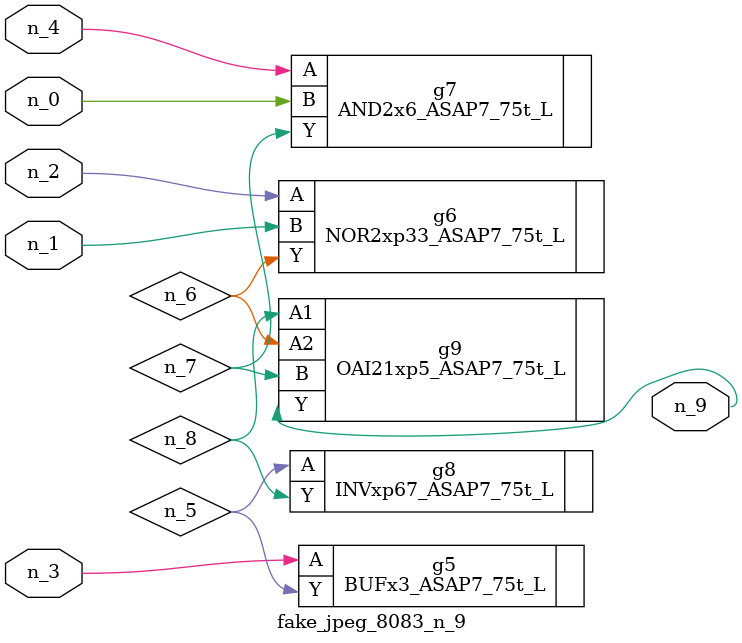
<source format=v>
module fake_jpeg_8083_n_9 (n_3, n_2, n_1, n_0, n_4, n_9);

input n_3;
input n_2;
input n_1;
input n_0;
input n_4;

output n_9;

wire n_8;
wire n_6;
wire n_5;
wire n_7;

BUFx3_ASAP7_75t_L g5 ( 
.A(n_3),
.Y(n_5)
);

NOR2xp33_ASAP7_75t_L g6 ( 
.A(n_2),
.B(n_1),
.Y(n_6)
);

AND2x6_ASAP7_75t_L g7 ( 
.A(n_4),
.B(n_0),
.Y(n_7)
);

INVxp67_ASAP7_75t_L g8 ( 
.A(n_5),
.Y(n_8)
);

OAI21xp5_ASAP7_75t_L g9 ( 
.A1(n_8),
.A2(n_6),
.B(n_7),
.Y(n_9)
);


endmodule
</source>
